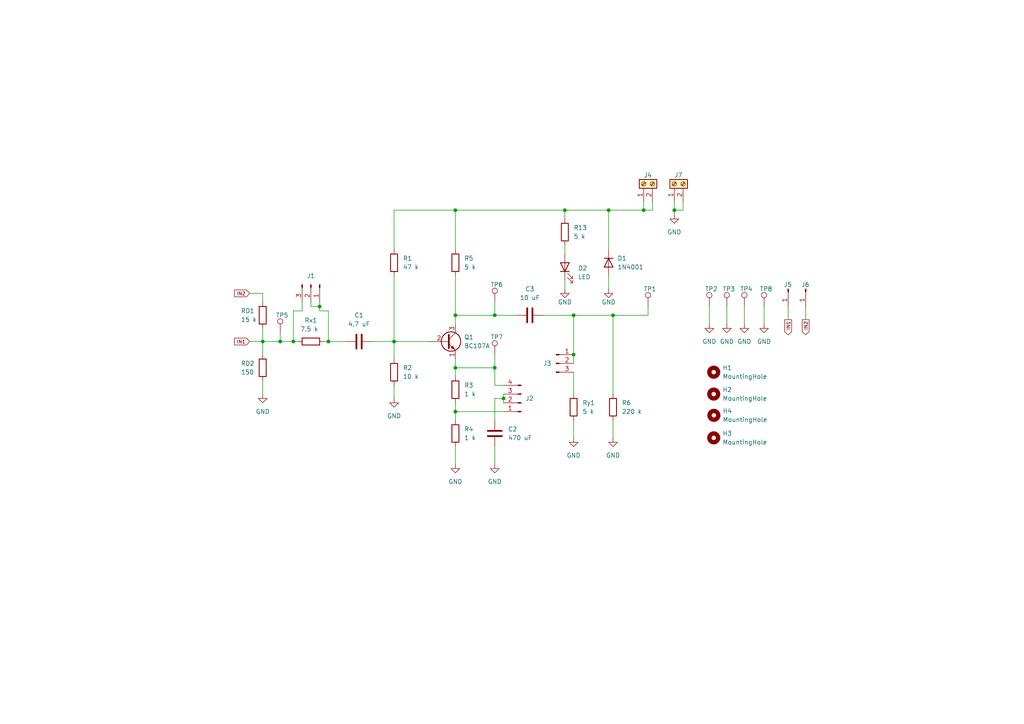
<source format=kicad_sch>
(kicad_sch (version 20230121) (generator eeschema)
  (paper "A4")
  (lib_symbols
    (symbol "Connector:Conn_01x01_Male" (pin_names (offset 1.016) hide)
      (property "Reference" "J" (at 0 2.54 0))
      (property "Value" "Conn_01x01_Male" (at 0 -2.54 0))
      (symbol "Conn_01x01_Male_1_1"
        (polyline (pts (xy 1.27 0) (xy 0.8636 0)) (stroke (width 0.1524)))
        (rectangle (start 0.8636 0.127) (end 0 -0.127) (stroke (width 0.1524)) (fill (type outline)))
        (pin passive line (at 5.08 0 180) (length 3.81) (name "Pin_1") (number "1"))
      )
    )
    (symbol "Connector:Conn_01x03_Male" (pin_names (offset 1.016) hide)
      (property "Reference" "J" (at 0 5.08 0))
      (property "Value" "Conn_01x03_Male" (at 0 -5.08 0))
      (symbol "Conn_01x03_Male_1_1"
        (polyline (pts (xy 1.27 -2.54) (xy 0.8636 -2.54)) (stroke (width 0.1524)))
        (polyline (pts (xy 1.27 0) (xy 0.8636 0)) (stroke (width 0.1524)))
        (polyline (pts (xy 1.27 2.54) (xy 0.8636 2.54)) (stroke (width 0.1524)))
        (rectangle (start 0.8636 -2.413) (end 0 -2.667) (stroke (width 0.1524)) (fill (type outline)))
        (rectangle (start 0.8636 0.127) (end 0 -0.127) (stroke (width 0.1524)) (fill (type outline)))
        (rectangle (start 0.8636 2.667) (end 0 2.413) (stroke (width 0.1524)) (fill (type outline)))
        (pin passive line (at 5.08 2.54 180) (length 3.81) (name "Pin_1") (number "1"))
        (pin passive line (at 5.08 0 180) (length 3.81) (name "Pin_2") (number "2"))
        (pin passive line (at 5.08 -2.54 180) (length 3.81) (name "Pin_3") (number "3"))
      )
    )
    (symbol "Connector:Conn_01x04_Male" (pin_names (offset 1.016) hide)
      (property "Reference" "J" (at 0 5.08 0))
      (property "Value" "Conn_01x04_Male" (at 0 -7.62 0))
      (symbol "Conn_01x04_Male_1_1"
        (polyline (pts (xy 1.27 -5.08) (xy 0.8636 -5.08)) (stroke (width 0.1524)))
        (polyline (pts (xy 1.27 -2.54) (xy 0.8636 -2.54)) (stroke (width 0.1524)))
        (polyline (pts (xy 1.27 0) (xy 0.8636 0)) (stroke (width 0.1524)))
        (polyline (pts (xy 1.27 2.54) (xy 0.8636 2.54)) (stroke (width 0.1524)))
        (rectangle (start 0.8636 -4.953) (end 0 -5.207) (stroke (width 0.1524)) (fill (type outline)))
        (rectangle (start 0.8636 -2.413) (end 0 -2.667) (stroke (width 0.1524)) (fill (type outline)))
        (rectangle (start 0.8636 0.127) (end 0 -0.127) (stroke (width 0.1524)) (fill (type outline)))
        (rectangle (start 0.8636 2.667) (end 0 2.413) (stroke (width 0.1524)) (fill (type outline)))
        (pin passive line (at 5.08 2.54 180) (length 3.81) (name "Pin_1") (number "1"))
        (pin passive line (at 5.08 0 180) (length 3.81) (name "Pin_2") (number "2"))
        (pin passive line (at 5.08 -2.54 180) (length 3.81) (name "Pin_3") (number "3"))
        (pin passive line (at 5.08 -5.08 180) (length 3.81) (name "Pin_4") (number "4"))
      )
    )
    (symbol "Connector:Screw_Terminal_01x02" (pin_names (offset 1.016) hide)
      (property "Reference" "J" (at 0 2.54 0))
      (property "Value" "Screw_Terminal_01x02" (at 0 -5.08 0))
      (symbol "Screw_Terminal_01x02_1_1"
        (rectangle (start -1.27 1.27) (end 1.27 -3.81) (stroke (width 0.254)) (fill (type background)))
        (circle (center 0 -2.54) (radius 0.635) (stroke (width 0.1524)))
        (polyline (pts (xy -0.5334 -2.2098) (xy 0.3302 -3.048)) (stroke (width 0.1524)))
        (polyline (pts (xy -0.5334 0.3302) (xy 0.3302 -0.508)) (stroke (width 0.1524)))
        (polyline (pts (xy -0.3556 -2.032) (xy 0.508 -2.8702)) (stroke (width 0.1524)))
        (polyline (pts (xy -0.3556 0.508) (xy 0.508 -0.3302)) (stroke (width 0.1524)))
        (circle (center 0 0) (radius 0.635) (stroke (width 0.1524)))
        (pin passive line (at -5.08 0 0) (length 3.81) (name "Pin_1") (number "1"))
        (pin passive line (at -5.08 -2.54 0) (length 3.81) (name "Pin_2") (number "2"))
      )
    )
    (symbol "Connector:TestPoint" (pin_numbers hide) (pin_names (offset 0.762) hide)
      (property "Reference" "TP" (at 0 6.858 0))
      (property "Value" "TestPoint" (at 0 5.08 0))
      (symbol "TestPoint_0_1"
        (circle (center 0 3.302) (radius 0.762))
      )
      (symbol "TestPoint_1_1"
        (pin passive line (at 0 0 90) (length 2.54) (name "1") (number "1"))
      )
    )
    (symbol "Device:C" (pin_numbers hide) (pin_names (offset 0.254))
      (property "Reference" "C" (at 0.635 2.54 0))
      (property "Value" "C" (at 0.635 -2.54 0))
      (symbol "C_0_1"
        (polyline (pts (xy -2.032 -0.762) (xy 2.032 -0.762)) (stroke (width 0.508)))
        (polyline (pts (xy -2.032 0.762) (xy 2.032 0.762)) (stroke (width 0.508)))
      )
      (symbol "C_1_1"
        (pin passive line (at 0 3.81 270) (length 2.794) (name "~") (number "1"))
        (pin passive line (at 0 -3.81 90) (length 2.794) (name "~") (number "2"))
      )
    )
    (symbol "Device:D" (pin_numbers hide) (pin_names (offset 1.016) hide)
      (property "Reference" "D" (at 0 2.54 0))
      (property "Value" "D" (at 0 -2.54 0))
      (symbol "D_0_1"
        (polyline (pts (xy -1.27 1.27) (xy -1.27 -1.27)) (stroke (width 0.254)))
        (polyline (pts (xy 1.27 0) (xy -1.27 0)))
        (polyline (pts (xy 1.27 1.27) (xy 1.27 -1.27) (xy -1.27 0) (xy 1.27 1.27)) (stroke (width 0.254)))
      )
      (symbol "D_1_1"
        (pin passive line (at -3.81 0 0) (length 2.54) (name "K") (number "1"))
        (pin passive line (at 3.81 0 180) (length 2.54) (name "A") (number "2"))
      )
    )
    (symbol "Device:LED" (pin_numbers hide) (pin_names (offset 1.016) hide)
      (property "Reference" "D" (at 0 2.54 0))
      (property "Value" "LED" (at 0 -2.54 0))
      (symbol "LED_0_1"
        (polyline (pts (xy -1.27 -1.27) (xy -1.27 1.27)) (stroke (width 0.254)))
        (polyline (pts (xy -1.27 0) (xy 1.27 0)))
        (polyline (pts (xy 1.27 -1.27) (xy 1.27 1.27) (xy -1.27 0) (xy 1.27 -1.27)) (stroke (width 0.254)))
        (polyline (pts (xy -3.048 -0.762) (xy -4.572 -2.286) (xy -3.81 -2.286) (xy -4.572 -2.286) (xy -4.572 -1.524)))
        (polyline (pts (xy -1.778 -0.762) (xy -3.302 -2.286) (xy -2.54 -2.286) (xy -3.302 -2.286) (xy -3.302 -1.524)))
      )
      (symbol "LED_1_1"
        (pin passive line (at -3.81 0 0) (length 2.54) (name "K") (number "1"))
        (pin passive line (at 3.81 0 180) (length 2.54) (name "A") (number "2"))
      )
    )
    (symbol "Device:Q_NPN_EBC" (pin_names (offset 0) hide)
      (property "Reference" "Q" (at 5.08 1.27 0))
      (property "Value" "Q_NPN_EBC" (at 5.08 -1.27 0))
      (symbol "Q_NPN_EBC_0_1"
        (polyline (pts (xy 0.635 0.635) (xy 2.54 2.54)))
        (polyline (pts (xy 0.635 -0.635) (xy 2.54 -2.54) (xy 2.54 -2.54)))
        (polyline (pts (xy 0.635 1.905) (xy 0.635 -1.905) (xy 0.635 -1.905)) (stroke (width 0.508)))
        (polyline (pts (xy 1.27 -1.778) (xy 1.778 -1.27) (xy 2.286 -2.286) (xy 1.27 -1.778) (xy 1.27 -1.778)) (fill (type outline)))
        (circle (center 1.27 0) (radius 2.8194) (stroke (width 0.254)))
      )
      (symbol "Q_NPN_EBC_1_1"
        (pin passive line (at 2.54 -5.08 90) (length 2.54) (name "E") (number "1"))
        (pin passive line (at -5.08 0 0) (length 5.715) (name "B") (number "2"))
        (pin passive line (at 2.54 5.08 270) (length 2.54) (name "C") (number "3"))
      )
    )
    (symbol "Device:R" (pin_numbers hide) (pin_names (offset 0))
      (property "Reference" "R" (at 2.032 0 90))
      (property "Value" "R" (at 0 0 90))
      (symbol "R_0_1"
        (rectangle (start -1.016 -2.54) (end 1.016 2.54) (stroke (width 0.254)))
      )
      (symbol "R_1_1"
        (pin passive line (at 0 3.81 270) (length 1.27) (name "~") (number "1"))
        (pin passive line (at 0 -3.81 90) (length 1.27) (name "~") (number "2"))
      )
    )
    (symbol "Mechanical:MountingHole" (pin_names (offset 1.016))
      (property "Reference" "H" (at 0 5.08 0))
      (property "Value" "MountingHole" (at 0 3.175 0))
      (symbol "MountingHole_0_1"
        (circle (center 0 0) (radius 1.27) (stroke (width 1.27)))
      )
    )
    (symbol "power:GND" (power) (pin_names (offset 0))
      (property "Value" "GND" (at 0 -3.81 0))
      (symbol "GND_0_1"
        (polyline (pts (xy 0 0) (xy 0 -1.27) (xy 1.27 -1.27) (xy 0 -2.54) (xy -1.27 -1.27) (xy 0 -1.27)))
      )
      (symbol "GND_1_1"
        (pin power_in line (at 0 0 270) (length 0) hide (name "GND") (number "1"))
      )
    )
  )
  (junction (at 132.08 106.68))
  (junction (at 81.28 99.06))
  (junction (at 143.51 91.44))
  (junction (at 195.58 60.96))
  (junction (at 186.69 60.96))
  (junction (at 95.25 99.06))
  (junction (at 132.08 91.44))
  (junction (at 85.09 99.06))
  (junction (at 166.37 91.44))
  (junction (at 76.2 99.06))
  (junction (at 132.08 119.38))
  (junction (at 163.83 60.96))
  (junction (at 132.08 60.96))
  (junction (at 176.53 60.96))
  (junction (at 114.3 99.06))
  (junction (at 92.71 88.9))
  (junction (at 177.8 91.44))
  (junction (at 146.05 115.57))
  (junction (at 143.51 106.68))
  (junction (at 166.37 102.87))
  (wire (pts (xy 132.08 104.14) (xy 132.08 106.68)))
  (wire (pts (xy 166.37 91.44) (xy 166.37 102.87)))
  (wire (pts (xy 176.53 60.96) (xy 186.69 60.96)))
  (wire (pts (xy 76.2 110.49) (xy 76.2 114.3)))
  (wire (pts (xy 87.63 87.63) (xy 87.63 90.17)))
  (wire (pts (xy 166.37 102.87) (xy 166.37 105.41)))
  (wire (pts (xy 143.51 115.57) (xy 146.05 115.57)))
  (wire (pts (xy 90.17 88.9) (xy 92.71 88.9)))
  (wire (pts (xy 114.3 99.06) (xy 114.3 104.14)))
  (wire (pts (xy 143.51 129.54) (xy 143.51 134.62)))
  (wire (pts (xy 92.71 88.9) (xy 92.71 90.17)))
  (wire (pts (xy 198.12 60.96) (xy 195.58 60.96)))
  (wire (pts (xy 114.3 111.76) (xy 114.3 115.57)))
  (wire (pts (xy 132.08 116.84) (xy 132.08 119.38)))
  (wire (pts (xy 163.83 81.28) (xy 163.83 83.82)))
  (wire (pts (xy 72.39 99.06) (xy 76.2 99.06)))
  (wire (pts (xy 132.08 60.96) (xy 132.08 72.39)))
  (wire (pts (xy 163.83 60.96) (xy 176.53 60.96)))
  (wire (pts (xy 107.95 99.06) (xy 114.3 99.06)))
  (wire (pts (xy 143.51 115.57) (xy 143.51 121.92)))
  (wire (pts (xy 195.58 60.96) (xy 195.58 62.23)))
  (wire (pts (xy 143.51 87.63) (xy 143.51 91.44)))
  (wire (pts (xy 233.68 88.9) (xy 233.68 92.71)))
  (wire (pts (xy 146.05 114.3) (xy 146.05 115.57)))
  (wire (pts (xy 166.37 91.44) (xy 177.8 91.44)))
  (wire (pts (xy 187.96 91.44) (xy 177.8 91.44)))
  (wire (pts (xy 132.08 129.54) (xy 132.08 134.62)))
  (wire (pts (xy 143.51 111.76) (xy 143.51 106.68)))
  (wire (pts (xy 143.51 91.44) (xy 149.86 91.44)))
  (wire (pts (xy 92.71 90.17) (xy 95.25 90.17)))
  (wire (pts (xy 87.63 90.17) (xy 85.09 90.17)))
  (wire (pts (xy 186.69 60.96) (xy 186.69 58.42)))
  (wire (pts (xy 76.2 99.06) (xy 76.2 102.87)))
  (wire (pts (xy 72.39 85.09) (xy 76.2 85.09)))
  (wire (pts (xy 210.82 88.9) (xy 210.82 93.98)))
  (wire (pts (xy 90.17 87.63) (xy 90.17 88.9)))
  (wire (pts (xy 81.28 99.06) (xy 85.09 99.06)))
  (wire (pts (xy 95.25 99.06) (xy 100.33 99.06)))
  (wire (pts (xy 177.8 121.92) (xy 177.8 127)))
  (wire (pts (xy 114.3 99.06) (xy 124.46 99.06)))
  (wire (pts (xy 163.83 71.12) (xy 163.83 73.66)))
  (wire (pts (xy 132.08 119.38) (xy 146.05 119.38)))
  (wire (pts (xy 76.2 85.09) (xy 76.2 87.63)))
  (wire (pts (xy 166.37 121.92) (xy 166.37 127)))
  (wire (pts (xy 132.08 106.68) (xy 143.51 106.68)))
  (wire (pts (xy 187.96 88.9) (xy 187.96 91.44)))
  (wire (pts (xy 132.08 119.38) (xy 132.08 121.92)))
  (wire (pts (xy 132.08 91.44) (xy 143.51 91.44)))
  (wire (pts (xy 92.71 87.63) (xy 92.71 88.9)))
  (wire (pts (xy 189.23 58.42) (xy 189.23 60.96)))
  (wire (pts (xy 176.53 72.39) (xy 176.53 60.96)))
  (wire (pts (xy 132.08 60.96) (xy 163.83 60.96)))
  (wire (pts (xy 146.05 115.57) (xy 146.05 116.84)))
  (wire (pts (xy 157.48 91.44) (xy 166.37 91.44)))
  (wire (pts (xy 85.09 99.06) (xy 86.36 99.06)))
  (wire (pts (xy 163.83 63.5) (xy 163.83 60.96)))
  (wire (pts (xy 228.6 88.9) (xy 228.6 92.71)))
  (wire (pts (xy 81.28 96.52) (xy 81.28 99.06)))
  (wire (pts (xy 85.09 90.17) (xy 85.09 99.06)))
  (wire (pts (xy 146.05 111.76) (xy 143.51 111.76)))
  (wire (pts (xy 93.98 99.06) (xy 95.25 99.06)))
  (wire (pts (xy 177.8 91.44) (xy 177.8 114.3)))
  (wire (pts (xy 114.3 60.96) (xy 132.08 60.96)))
  (wire (pts (xy 132.08 106.68) (xy 132.08 109.22)))
  (wire (pts (xy 198.12 58.42) (xy 198.12 60.96)))
  (wire (pts (xy 132.08 80.01) (xy 132.08 91.44)))
  (wire (pts (xy 132.08 91.44) (xy 132.08 93.98)))
  (wire (pts (xy 76.2 99.06) (xy 81.28 99.06)))
  (wire (pts (xy 189.23 60.96) (xy 186.69 60.96)))
  (wire (pts (xy 205.74 88.9) (xy 205.74 93.98)))
  (wire (pts (xy 76.2 95.25) (xy 76.2 99.06)))
  (wire (pts (xy 143.51 102.87) (xy 143.51 106.68)))
  (wire (pts (xy 166.37 107.95) (xy 166.37 114.3)))
  (wire (pts (xy 215.9 88.9) (xy 215.9 93.98)))
  (wire (pts (xy 95.25 90.17) (xy 95.25 99.06)))
  (wire (pts (xy 114.3 80.01) (xy 114.3 99.06)))
  (wire (pts (xy 195.58 58.42) (xy 195.58 60.96)))
  (wire (pts (xy 221.615 88.9) (xy 221.615 93.98)))
  (wire (pts (xy 114.3 60.96) (xy 114.3 72.39)))
  (wire (pts (xy 176.53 80.01) (xy 176.53 83.82)))
  (global_label "IN2" (shape input) (at 72.39 85.09 180) (effects (font (size 1 1))) (property "Intersheetrefs" "${INTERSHEET_REFS}" (effects hide)))
  (global_label "IN1" (shape input) (at 72.39 99.06 180) (effects (font (size 1 1))) (property "Intersheetrefs" "${INTERSHEET_REFS}" (effects hide)))
  (global_label "IN2" (shape output) (at 233.68 92.71 270) (effects (font (size 1 1))) (property "Intersheetrefs" "${INTERSHEET_REFS}" (effects hide)))
  (global_label "IN1" (shape output) (at 228.6 92.71 270) (effects (font (size 1 1))) (property "Intersheetrefs" "${INTERSHEET_REFS}" (effects hide)))
  (symbol (lib_id "Mechanical:MountingHole") (at 207.01 127 0) (unit 1)
    (property "Reference" "H3" (at 209.55 125.7299 0) (effects (justify left)))
    (property "Value" "MountingHole" (at 209.55 128.2699 0) (effects (justify left)))
    (property "Footprint" "MountingHole:MountingHole_3.2mm_M3_ISO7380_Pad_TopBottom" (effects hide))
  )
  (symbol (lib_id "power:GND") (at 215.9 93.98 0) (unit 1)
    (property "Reference" "#PWR012" (effects hide))
    (property "Value" "GND" (at 215.9 99.06 0))
  )
  (symbol (lib_id "Device:R") (at 132.08 76.2 0) (unit 1)
    (property "Reference" "R5" (at 134.62 74.9299 0) (effects (justify left)))
    (property "Value" "5 k" (at 134.62 77.4699 0) (effects (justify left)))
    (property "Footprint" "Resistor_THT:R_Axial_DIN0207_L6.3mm_D2.5mm_P10.16mm_Horizontal" (effects hide))
  )
  (symbol (lib_id "Connector:TestPoint") (at 210.82 88.9 0) (unit 1)
    (property "Reference" "TP3" (at 209.55 83.82 0) (effects (justify left)))
    (property "Value" "TestPoint" (effects hide))
    (property "Footprint" "User_Footprint:TestPoint" (effects hide))
  )
  (symbol (lib_id "power:GND") (at 205.74 93.98 0) (unit 1)
    (property "Reference" "#PWR010" (effects hide))
    (property "Value" "GND" (at 205.74 99.06 0))
  )
  (symbol (lib_id "Device:R") (at 76.2 106.68 0) (unit 1)
    (property "Reference" "RD2" (at 69.85 105.41 0) (effects (justify left)))
    (property "Value" "150" (at 69.85 107.95 0) (effects (justify left)))
    (property "Footprint" "Resistor_THT:R_Axial_DIN0207_L6.3mm_D2.5mm_P10.16mm_Horizontal" (effects hide))
  )
  (symbol (lib_id "Device:C") (at 104.14 99.06 270) (unit 1)
    (property "Reference" "C1" (at 104.14 91.44 90))
    (property "Value" "4.7 uF" (at 104.14 93.98 90))
    (property "Footprint" "Capacitor_THT:CP_Radial_D5.0mm_P2.00mm" (effects hide))
  )
  (symbol (lib_id "Connector:TestPoint") (at 143.51 102.87 0) (unit 1)
    (property "Reference" "TP7" (at 142.24 97.79 0) (effects (justify left)))
    (property "Value" "TestPoint" (effects hide))
    (property "Footprint" "User_Footprint:Kesytone TP Multipurpose 5013" (effects hide))
  )
  (symbol (lib_id "Device:D") (at 176.53 76.2 270) (unit 1)
    (property "Reference" "D1" (at 179.07 74.9299 90) (effects (justify left)))
    (property "Value" "1N4001" (at 179.07 77.4699 90) (effects (justify left)))
    (property "Footprint" "Diode_THT:D_DO-41_SOD81_P10.16mm_Horizontal" (effects hide))
  )
  (symbol (lib_id "Device:Q_NPN_EBC") (at 129.54 99.06 0) (unit 1)
    (property "Reference" "Q1" (at 134.62 97.7899 0) (effects (justify left)))
    (property "Value" "BC107A" (at 134.62 100.3299 0) (effects (justify left)))
    (property "Footprint" "Package_TO_SOT_THT:TO-18-3" (effects hide))
  )
  (symbol (lib_id "power:GND") (at 195.58 62.23 0) (unit 1)
    (property "Reference" "#PWR09" (effects hide))
    (property "Value" "GND" (at 195.58 67.31 0))
  )
  (symbol (lib_id "power:GND") (at 76.2 114.3 0) (unit 1)
    (property "Reference" "#PWR01" (effects hide))
    (property "Value" "GND" (at 76.2 119.38 0))
  )
  (symbol (lib_id "Mechanical:MountingHole") (at 207.0544 120.4664 0) (unit 1)
    (property "Reference" "H4" (at 209.5944 119.1963 0) (effects (justify left)))
    (property "Value" "MountingHole" (at 209.5944 121.7363 0) (effects (justify left)))
    (property "Footprint" "MountingHole:MountingHole_3.2mm_M3_ISO7380_Pad_TopBottom" (effects hide))
  )
  (symbol (lib_id "Device:R") (at 163.83 67.31 0) (unit 1)
    (property "Reference" "R13" (at 166.37 66.0399 0) (effects (justify left)))
    (property "Value" "5 k" (at 166.37 68.5799 0) (effects (justify left)))
    (property "Footprint" "Resistor_THT:R_Axial_DIN0207_L6.3mm_D2.5mm_P10.16mm_Horizontal" (effects hide))
  )
  (symbol (lib_id "Device:R") (at 76.2 91.44 0) (unit 1)
    (property "Reference" "RD1" (at 69.85 90.17 0) (effects (justify left)))
    (property "Value" "15 k" (at 69.85 92.71 0) (effects (justify left)))
    (property "Footprint" "Resistor_THT:R_Axial_DIN0207_L6.3mm_D2.5mm_P10.16mm_Horizontal" (effects hide))
  )
  (symbol (lib_id "Connector:Conn_01x01_Male") (at 233.68 83.82 270) (unit 1)
    (property "Reference" "J6" (at 232.41 82.55 90) (effects (justify left)))
    (property "Value" "Conn_01x01_Male" (effects hide))
    (property "Footprint" "User_Footprint:TestPoint" (effects hide))
  )
  (symbol (lib_id "Connector:Screw_Terminal_01x02") (at 186.69 53.34 90) (unit 1)
    (property "Reference" "J4" (at 186.69 50.8 90) (effects (justify right)))
    (property "Value" "Screw_Terminal_01x02" (effects hide))
    (property "Footprint" "TerminalBlock_Phoenix:TerminalBlock_Phoenix_MKDS-1,5-2_1x02_P5.00mm_Horizontal" (effects hide))
  )
  (symbol (lib_id "Device:R") (at 177.8 118.11 0) (unit 1)
    (property "Reference" "R6" (at 180.34 116.8399 0) (effects (justify left)))
    (property "Value" "220 k" (at 180.34 119.3799 0) (effects (justify left)))
    (property "Footprint" "Resistor_THT:R_Axial_DIN0207_L6.3mm_D2.5mm_P10.16mm_Horizontal" (effects hide))
  )
  (symbol (lib_id "Connector:TestPoint") (at 221.615 88.9 0) (unit 1)
    (property "Reference" "TP8" (at 220.345 83.82 0) (effects (justify left)))
    (property "Value" "TestPoint" (effects hide))
    (property "Footprint" "User_Footprint:TestPoint" (effects hide))
  )
  (symbol (lib_id "Device:LED") (at 163.83 77.47 90) (unit 1)
    (property "Reference" "D2" (at 167.64 77.7874 90) (effects (justify right)))
    (property "Value" "LED" (at 167.64 80.3274 90) (effects (justify right)))
    (property "Footprint" "LED_THT:LED_D3.0mm" (effects hide))
  )
  (symbol (lib_id "power:GND") (at 166.37 127 0) (unit 1)
    (property "Reference" "#PWR06" (effects hide))
    (property "Value" "GND" (at 166.37 132.08 0))
  )
  (symbol (lib_id "Connector:TestPoint") (at 205.74 88.9 0) (unit 1)
    (property "Reference" "TP2" (at 204.47 83.82 0) (effects (justify left)))
    (property "Value" "TestPoint" (effects hide))
    (property "Footprint" "User_Footprint:TestPoint" (effects hide))
  )
  (symbol (lib_id "Connector:TestPoint") (at 143.51 87.63 0) (unit 1)
    (property "Reference" "TP6" (at 142.24 82.55 0) (effects (justify left)))
    (property "Value" "TestPoint" (effects hide))
    (property "Footprint" "User_Footprint:Kesytone TP Multipurpose 5013" (effects hide))
  )
  (symbol (lib_id "Connector:Conn_01x04_Male") (at 151.13 116.84 180) (unit 1)
    (property "Reference" "J2" (at 152.4 115.57 0) (effects (justify right)))
    (property "Value" "Conn_01x04_Male" (effects hide))
    (property "Footprint" "Connector_PinHeader_2.54mm:PinHeader_1x04_P2.54mm_Vertical" (effects hide))
  )
  (symbol (lib_id "Connector:Conn_01x01_Male") (at 228.6 83.82 270) (unit 1)
    (property "Reference" "J5" (at 227.33 82.55 90) (effects (justify left)))
    (property "Value" "Conn_01x01_Male" (effects hide))
    (property "Footprint" "User_Footprint:TestPoint" (effects hide))
  )
  (symbol (lib_id "power:GND") (at 163.83 83.82 0) (unit 1)
    (property "Reference" "#PWR05" (effects hide))
    (property "Value" "GND" (at 163.83 87.63 0))
  )
  (symbol (lib_id "Device:R") (at 132.08 125.73 0) (unit 1)
    (property "Reference" "R4" (at 134.62 124.4599 0) (effects (justify left)))
    (property "Value" "1 k" (at 134.62 126.9999 0) (effects (justify left)))
    (property "Footprint" "Resistor_THT:R_Axial_DIN0207_L6.3mm_D2.5mm_P10.16mm_Horizontal" (effects hide))
  )
  (symbol (lib_id "Device:R") (at 114.3 107.95 0) (unit 1)
    (property "Reference" "R2" (at 116.84 106.6799 0) (effects (justify left)))
    (property "Value" "10 k" (at 116.84 109.2199 0) (effects (justify left)))
    (property "Footprint" "Resistor_THT:R_Axial_DIN0207_L6.3mm_D2.5mm_P10.16mm_Horizontal" (effects hide))
  )
  (symbol (lib_id "power:GND") (at 114.3 115.57 0) (unit 1)
    (property "Reference" "#PWR02" (effects hide))
    (property "Value" "GND" (at 114.3 120.65 0))
  )
  (symbol (lib_id "Connector:TestPoint") (at 81.28 96.52 0) (unit 1)
    (property "Reference" "TP5" (at 80.01 91.44 0) (effects (justify left)))
    (property "Value" "TestPoint" (effects hide))
    (property "Footprint" "User_Footprint:Kesytone TP Multipurpose 5013" (effects hide))
  )
  (symbol (lib_id "Connector:Conn_01x03_Male") (at 90.17 82.55 270) (unit 1)
    (property "Reference" "J1" (at 90.17 80.01 90))
    (property "Value" "Conn_01x03_Male" (effects hide))
    (property "Footprint" "Connector_PinHeader_2.54mm:PinHeader_1x03_P2.54mm_Vertical" (effects hide))
  )
  (symbol (lib_id "power:GND") (at 176.53 83.82 0) (unit 1)
    (property "Reference" "#PWR07" (effects hide))
    (property "Value" "GND" (at 176.53 87.63 0))
  )
  (symbol (lib_id "Connector:Conn_01x03_Male") (at 161.29 105.41 0) (unit 1)
    (property "Reference" "J3" (at 158.75 105.41 0))
    (property "Value" "Conn_01x03_Male" (effects hide))
    (property "Footprint" "Connector_PinHeader_2.54mm:PinHeader_1x03_P2.54mm_Vertical" (effects hide))
  )
  (symbol (lib_id "Mechanical:MountingHole") (at 207.01 114.3 0) (unit 1)
    (property "Reference" "H2" (at 209.55 113.0299 0) (effects (justify left)))
    (property "Value" "MountingHole" (at 209.55 115.5699 0) (effects (justify left)))
    (property "Footprint" "MountingHole:MountingHole_3.2mm_M3_ISO7380_Pad_TopBottom" (effects hide))
  )
  (symbol (lib_id "Device:R") (at 166.37 118.11 0) (unit 1)
    (property "Reference" "Ry1" (at 168.91 116.8399 0) (effects (justify left)))
    (property "Value" "5 k" (at 168.91 119.3799 0) (effects (justify left)))
    (property "Footprint" "Resistor_THT:R_Axial_DIN0207_L6.3mm_D2.5mm_P10.16mm_Horizontal" (effects hide))
  )
  (symbol (lib_id "power:GND") (at 177.8 127 0) (unit 1)
    (property "Reference" "#PWR0101" (effects hide))
    (property "Value" "GND" (at 177.8 132.08 0))
  )
  (symbol (lib_id "Device:C") (at 153.67 91.44 90) (unit 1)
    (property "Reference" "C3" (at 153.67 83.82 90))
    (property "Value" "10 uF" (at 153.67 86.36 90))
    (property "Footprint" "Capacitor_THT:CP_Radial_D5.0mm_P2.00mm" (effects hide))
  )
  (symbol (lib_id "Connector:TestPoint") (at 187.96 88.9 0) (unit 1)
    (property "Reference" "TP1" (at 186.69 83.82 0) (effects (justify left)))
    (property "Value" "TestPoint" (effects hide))
    (property "Footprint" "User_Footprint:Kesytone TP Multipurpose 5013" (effects hide))
  )
  (symbol (lib_id "power:GND") (at 143.51 134.62 0) (unit 1)
    (property "Reference" "#PWR04" (effects hide))
    (property "Value" "GND" (at 143.51 139.7 0))
  )
  (symbol (lib_id "Device:R") (at 90.17 99.06 90) (unit 1)
    (property "Reference" "Rx1" (at 90.17 92.9073 90))
    (property "Value" "7.5 k " (at 90.17 95.4473 90))
    (property "Footprint" "Resistor_THT:R_Axial_DIN0207_L6.3mm_D2.5mm_P10.16mm_Horizontal" (effects hide))
  )
  (symbol (lib_id "power:GND") (at 210.82 93.98 0) (unit 1)
    (property "Reference" "#PWR011" (effects hide))
    (property "Value" "GND" (at 210.82 99.06 0))
  )
  (symbol (lib_id "power:GND") (at 221.615 93.98 0) (unit 1)
    (property "Reference" "#PWR08" (effects hide))
    (property "Value" "GND" (at 221.615 99.06 0))
  )
  (symbol (lib_id "Connector:Screw_Terminal_01x02") (at 195.58 53.34 90) (unit 1)
    (property "Reference" "J7" (at 195.58 50.8 90) (effects (justify right)))
    (property "Value" "Screw_Terminal_01x02" (effects hide))
    (property "Footprint" "TerminalBlock_Phoenix:TerminalBlock_Phoenix_MKDS-1,5-2_1x02_P5.00mm_Horizontal" (effects hide))
  )
  (symbol (lib_id "Device:R") (at 132.08 113.03 0) (unit 1)
    (property "Reference" "R3" (at 134.62 111.7599 0) (effects (justify left)))
    (property "Value" "1 k" (at 134.62 114.2999 0) (effects (justify left)))
    (property "Footprint" "Resistor_THT:R_Axial_DIN0207_L6.3mm_D2.5mm_P10.16mm_Horizontal" (effects hide))
  )
  (symbol (lib_id "power:GND") (at 132.08 134.62 0) (unit 1)
    (property "Reference" "#PWR03" (effects hide))
    (property "Value" "GND" (at 132.08 139.7 0))
  )
  (symbol (lib_id "Mechanical:MountingHole") (at 207.01 107.95 0) (unit 1)
    (property "Reference" "H1" (at 209.55 106.6799 0) (effects (justify left)))
    (property "Value" "MountingHole" (at 209.55 109.2199 0) (effects (justify left)))
    (property "Footprint" "MountingHole:MountingHole_3.2mm_M3_ISO7380_Pad_TopBottom" (effects hide))
  )
  (symbol (lib_id "Connector:TestPoint") (at 215.9 88.9 0) (unit 1)
    (property "Reference" "TP4" (at 214.63 83.82 0) (effects (justify left)))
    (property "Value" "TestPoint" (effects hide))
    (property "Footprint" "User_Footprint:TestPoint" (effects hide))
  )
  (symbol (lib_id "Device:C") (at 143.51 125.73 0) (unit 1)
    (property "Reference" "C2" (at 147.32 124.4599 0) (effects (justify left)))
    (property "Value" "470 uF" (at 147.32 126.9999 0) (effects (justify left)))
    (property "Footprint" "Capacitor_THT:CP_Radial_D8.0mm_P3.50mm" (effects hide))
  )
  (symbol (lib_id "Device:R") (at 114.3 76.2 0) (unit 1)
    (property "Reference" "R1" (at 116.84 74.9299 0) (effects (justify left)))
    (property "Value" "47 k" (at 116.84 77.4699 0) (effects (justify left)))
    (property "Footprint" "Resistor_THT:R_Axial_DIN0207_L6.3mm_D2.5mm_P10.16mm_Horizontal" (effects hide))
  )
)
</source>
